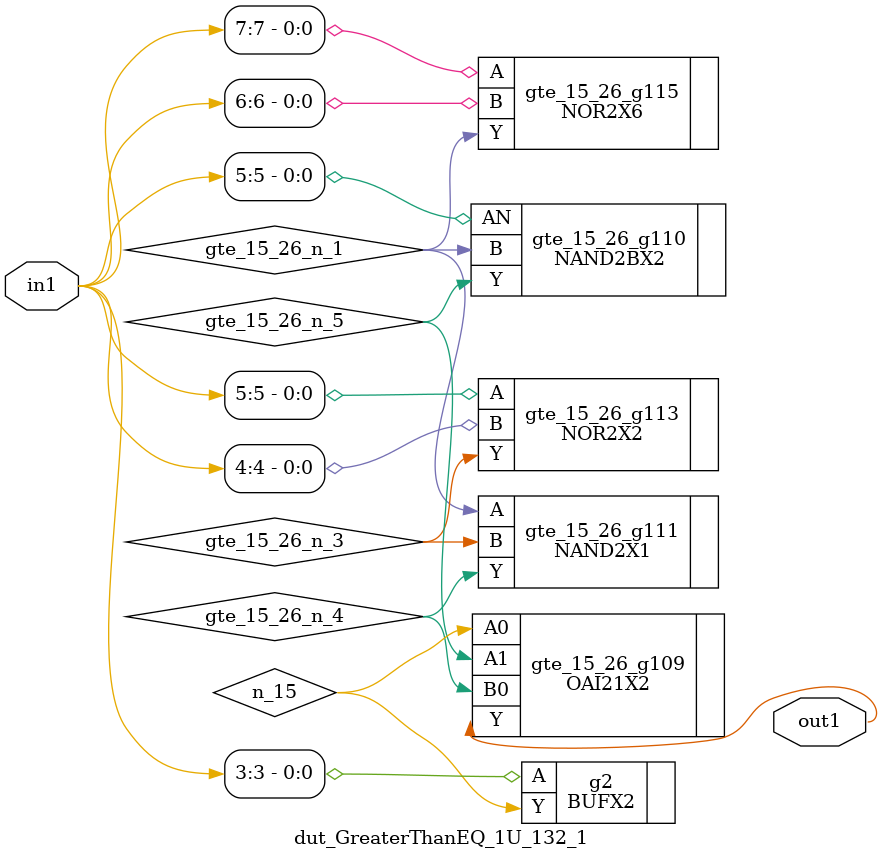
<source format=v>
`timescale 1ps / 1ps


module dut_GreaterThanEQ_1U_132_1(in1, out1);
  input [7:0] in1;
  output out1;
  wire [7:0] in1;
  wire out1;
  wire gte_15_26_n_1, gte_15_26_n_3, gte_15_26_n_4, gte_15_26_n_5, n_15;
  OAI21X2 gte_15_26_g109(.A0 (n_15), .A1 (gte_15_26_n_5), .B0
       (gte_15_26_n_4), .Y (out1));
  NAND2BX2 gte_15_26_g110(.AN (in1[5]), .B (gte_15_26_n_1), .Y
       (gte_15_26_n_5));
  NAND2X1 gte_15_26_g111(.A (gte_15_26_n_1), .B (gte_15_26_n_3), .Y
       (gte_15_26_n_4));
  NOR2X2 gte_15_26_g113(.A (in1[5]), .B (in1[4]), .Y (gte_15_26_n_3));
  NOR2X6 gte_15_26_g115(.A (in1[7]), .B (in1[6]), .Y (gte_15_26_n_1));
  BUFX2 g2(.A (in1[3]), .Y (n_15));
endmodule



</source>
